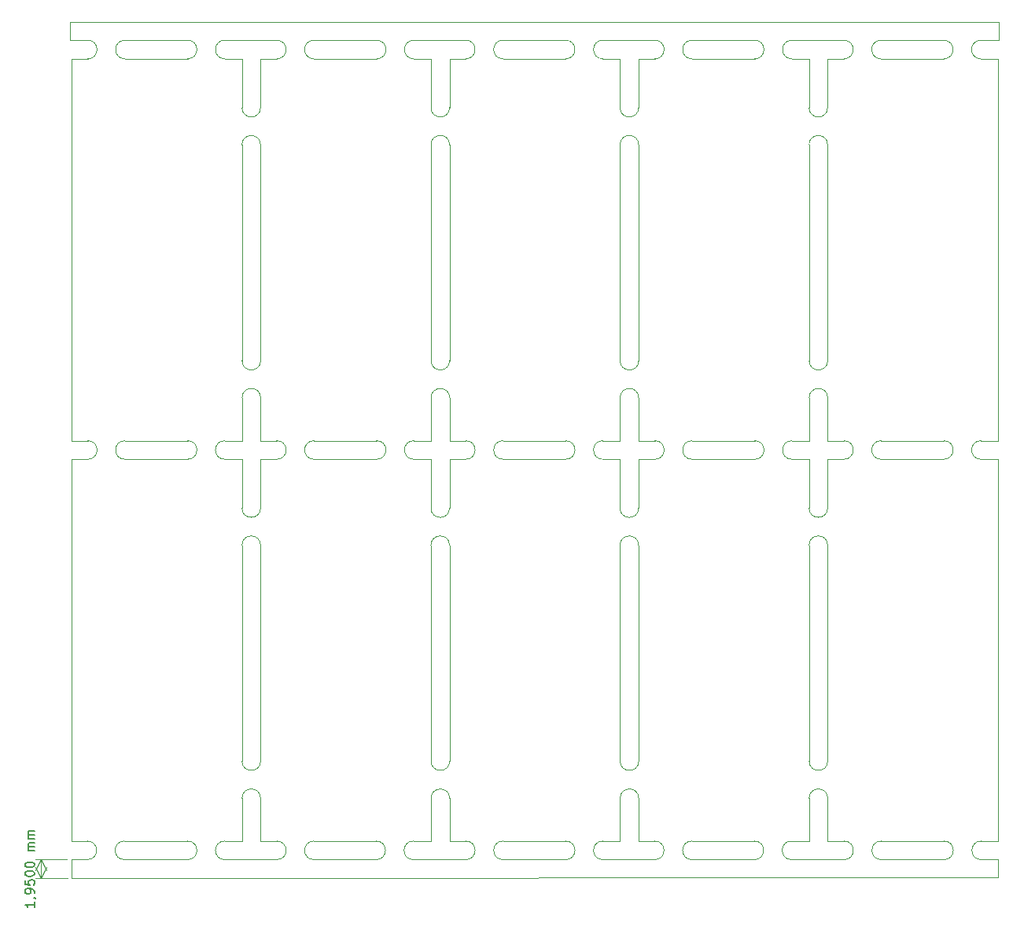
<source format=gm1>
G04 #@! TF.GenerationSoftware,KiCad,Pcbnew,7.0.6*
G04 #@! TF.CreationDate,2023-08-06T12:05:35+07:00*
G04 #@! TF.ProjectId,RP2040-Test-MassProduction,52503230-3430-42d5-9465-73742d4d6173,rev?*
G04 #@! TF.SameCoordinates,Original*
G04 #@! TF.FileFunction,Profile,NP*
%FSLAX46Y46*%
G04 Gerber Fmt 4.6, Leading zero omitted, Abs format (unit mm)*
G04 Created by KiCad (PCBNEW 7.0.6) date 2023-08-06 12:05:35*
%MOMM*%
%LPD*%
G01*
G04 APERTURE LIST*
G04 #@! TA.AperFunction,Profile*
%ADD10C,0.100000*%
G04 #@! TD*
%ADD11C,0.150000*%
G04 #@! TA.AperFunction,Profile*
%ADD12C,0.050000*%
G04 #@! TD*
G04 APERTURE END LIST*
D10*
X174330000Y-146700000D02*
X167570000Y-146700000D01*
X163570000Y-146700000D02*
X157910000Y-146700000D01*
X153910000Y-146700000D02*
X147190000Y-146700000D01*
X137600000Y-146700000D02*
X143190000Y-146700000D01*
X133600000Y-146700000D02*
X126850000Y-146700000D01*
X122850000Y-146700000D02*
X117200000Y-146700000D01*
X113200000Y-146700000D02*
X106500000Y-146700000D01*
X96900000Y-146700000D02*
X102500000Y-146700000D01*
X92900000Y-146700000D02*
X86100000Y-146700000D01*
X180150000Y-146700000D02*
X180150000Y-148600000D01*
X80450000Y-148650000D02*
X180150000Y-148600000D01*
X178330000Y-146700000D02*
X180150000Y-146700000D01*
X80400000Y-146700000D02*
X80400000Y-148650000D01*
D11*
X76404819Y-151246428D02*
X76404819Y-151817856D01*
X76404819Y-151532142D02*
X75404819Y-151532142D01*
X75404819Y-151532142D02*
X75547676Y-151627380D01*
X75547676Y-151627380D02*
X75642914Y-151722618D01*
X75642914Y-151722618D02*
X75690533Y-151817856D01*
X76357200Y-150770237D02*
X76404819Y-150770237D01*
X76404819Y-150770237D02*
X76500057Y-150817856D01*
X76500057Y-150817856D02*
X76547676Y-150865475D01*
X76404819Y-150294047D02*
X76404819Y-150103571D01*
X76404819Y-150103571D02*
X76357200Y-150008333D01*
X76357200Y-150008333D02*
X76309580Y-149960714D01*
X76309580Y-149960714D02*
X76166723Y-149865476D01*
X76166723Y-149865476D02*
X75976247Y-149817857D01*
X75976247Y-149817857D02*
X75595295Y-149817857D01*
X75595295Y-149817857D02*
X75500057Y-149865476D01*
X75500057Y-149865476D02*
X75452438Y-149913095D01*
X75452438Y-149913095D02*
X75404819Y-150008333D01*
X75404819Y-150008333D02*
X75404819Y-150198809D01*
X75404819Y-150198809D02*
X75452438Y-150294047D01*
X75452438Y-150294047D02*
X75500057Y-150341666D01*
X75500057Y-150341666D02*
X75595295Y-150389285D01*
X75595295Y-150389285D02*
X75833390Y-150389285D01*
X75833390Y-150389285D02*
X75928628Y-150341666D01*
X75928628Y-150341666D02*
X75976247Y-150294047D01*
X75976247Y-150294047D02*
X76023866Y-150198809D01*
X76023866Y-150198809D02*
X76023866Y-150008333D01*
X76023866Y-150008333D02*
X75976247Y-149913095D01*
X75976247Y-149913095D02*
X75928628Y-149865476D01*
X75928628Y-149865476D02*
X75833390Y-149817857D01*
X75404819Y-148913095D02*
X75404819Y-149389285D01*
X75404819Y-149389285D02*
X75881009Y-149436904D01*
X75881009Y-149436904D02*
X75833390Y-149389285D01*
X75833390Y-149389285D02*
X75785771Y-149294047D01*
X75785771Y-149294047D02*
X75785771Y-149055952D01*
X75785771Y-149055952D02*
X75833390Y-148960714D01*
X75833390Y-148960714D02*
X75881009Y-148913095D01*
X75881009Y-148913095D02*
X75976247Y-148865476D01*
X75976247Y-148865476D02*
X76214342Y-148865476D01*
X76214342Y-148865476D02*
X76309580Y-148913095D01*
X76309580Y-148913095D02*
X76357200Y-148960714D01*
X76357200Y-148960714D02*
X76404819Y-149055952D01*
X76404819Y-149055952D02*
X76404819Y-149294047D01*
X76404819Y-149294047D02*
X76357200Y-149389285D01*
X76357200Y-149389285D02*
X76309580Y-149436904D01*
X75404819Y-148246428D02*
X75404819Y-148151190D01*
X75404819Y-148151190D02*
X75452438Y-148055952D01*
X75452438Y-148055952D02*
X75500057Y-148008333D01*
X75500057Y-148008333D02*
X75595295Y-147960714D01*
X75595295Y-147960714D02*
X75785771Y-147913095D01*
X75785771Y-147913095D02*
X76023866Y-147913095D01*
X76023866Y-147913095D02*
X76214342Y-147960714D01*
X76214342Y-147960714D02*
X76309580Y-148008333D01*
X76309580Y-148008333D02*
X76357200Y-148055952D01*
X76357200Y-148055952D02*
X76404819Y-148151190D01*
X76404819Y-148151190D02*
X76404819Y-148246428D01*
X76404819Y-148246428D02*
X76357200Y-148341666D01*
X76357200Y-148341666D02*
X76309580Y-148389285D01*
X76309580Y-148389285D02*
X76214342Y-148436904D01*
X76214342Y-148436904D02*
X76023866Y-148484523D01*
X76023866Y-148484523D02*
X75785771Y-148484523D01*
X75785771Y-148484523D02*
X75595295Y-148436904D01*
X75595295Y-148436904D02*
X75500057Y-148389285D01*
X75500057Y-148389285D02*
X75452438Y-148341666D01*
X75452438Y-148341666D02*
X75404819Y-148246428D01*
X75404819Y-147294047D02*
X75404819Y-147198809D01*
X75404819Y-147198809D02*
X75452438Y-147103571D01*
X75452438Y-147103571D02*
X75500057Y-147055952D01*
X75500057Y-147055952D02*
X75595295Y-147008333D01*
X75595295Y-147008333D02*
X75785771Y-146960714D01*
X75785771Y-146960714D02*
X76023866Y-146960714D01*
X76023866Y-146960714D02*
X76214342Y-147008333D01*
X76214342Y-147008333D02*
X76309580Y-147055952D01*
X76309580Y-147055952D02*
X76357200Y-147103571D01*
X76357200Y-147103571D02*
X76404819Y-147198809D01*
X76404819Y-147198809D02*
X76404819Y-147294047D01*
X76404819Y-147294047D02*
X76357200Y-147389285D01*
X76357200Y-147389285D02*
X76309580Y-147436904D01*
X76309580Y-147436904D02*
X76214342Y-147484523D01*
X76214342Y-147484523D02*
X76023866Y-147532142D01*
X76023866Y-147532142D02*
X75785771Y-147532142D01*
X75785771Y-147532142D02*
X75595295Y-147484523D01*
X75595295Y-147484523D02*
X75500057Y-147436904D01*
X75500057Y-147436904D02*
X75452438Y-147389285D01*
X75452438Y-147389285D02*
X75404819Y-147294047D01*
X76404819Y-145770237D02*
X75738152Y-145770237D01*
X75833390Y-145770237D02*
X75785771Y-145722618D01*
X75785771Y-145722618D02*
X75738152Y-145627380D01*
X75738152Y-145627380D02*
X75738152Y-145484523D01*
X75738152Y-145484523D02*
X75785771Y-145389285D01*
X75785771Y-145389285D02*
X75881009Y-145341666D01*
X75881009Y-145341666D02*
X76404819Y-145341666D01*
X75881009Y-145341666D02*
X75785771Y-145294047D01*
X75785771Y-145294047D02*
X75738152Y-145198809D01*
X75738152Y-145198809D02*
X75738152Y-145055952D01*
X75738152Y-145055952D02*
X75785771Y-144960713D01*
X75785771Y-144960713D02*
X75881009Y-144913094D01*
X75881009Y-144913094D02*
X76404819Y-144913094D01*
X76404819Y-144436904D02*
X75738152Y-144436904D01*
X75833390Y-144436904D02*
X75785771Y-144389285D01*
X75785771Y-144389285D02*
X75738152Y-144294047D01*
X75738152Y-144294047D02*
X75738152Y-144151190D01*
X75738152Y-144151190D02*
X75785771Y-144055952D01*
X75785771Y-144055952D02*
X75881009Y-144008333D01*
X75881009Y-144008333D02*
X76404819Y-144008333D01*
X75881009Y-144008333D02*
X75785771Y-143960714D01*
X75785771Y-143960714D02*
X75738152Y-143865476D01*
X75738152Y-143865476D02*
X75738152Y-143722619D01*
X75738152Y-143722619D02*
X75785771Y-143627380D01*
X75785771Y-143627380D02*
X75881009Y-143579761D01*
X75881009Y-143579761D02*
X76404819Y-143579761D01*
D12*
X79900000Y-146700000D02*
X76513580Y-146700000D01*
X76513580Y-148650000D02*
X79950000Y-148650000D01*
X77100000Y-146700000D02*
X77100000Y-148650000D01*
X77100000Y-146700000D02*
X77100000Y-148650000D01*
X77100000Y-146700000D02*
X77686421Y-147826504D01*
X77100000Y-146700000D02*
X76513579Y-147826504D01*
X77100000Y-148650000D02*
X76513579Y-147523496D01*
X77100000Y-148650000D02*
X77686421Y-147523496D01*
D10*
X82100000Y-146700000D02*
X80400000Y-146700000D01*
X98740488Y-144706279D02*
X98740488Y-140090000D01*
X159805000Y-92940000D02*
X159795000Y-69710000D01*
X119105000Y-136070000D02*
X119095000Y-112840000D01*
X180155000Y-136070000D02*
X180155000Y-140090000D01*
X180155000Y-92940000D02*
X180145000Y-69710000D01*
X121110000Y-144700000D02*
X121110000Y-140090000D01*
X102500000Y-101576279D02*
X100760000Y-101576279D01*
X180165488Y-103581279D02*
X178300000Y-103580000D01*
X139450000Y-60450000D02*
X139450000Y-65710000D01*
X113250000Y-58450000D02*
X106500000Y-58450000D01*
X92900000Y-103580000D02*
X86150000Y-103580000D01*
X80250000Y-58450000D02*
X80250000Y-56500000D01*
X119100000Y-103580000D02*
X119100000Y-108840000D01*
X98750000Y-60450000D02*
X98750000Y-65710000D01*
X141460000Y-136070000D02*
X141450000Y-112840000D01*
X161800000Y-60450000D02*
X161800000Y-65710000D01*
X174300000Y-144700000D02*
X167540000Y-144700000D01*
X139450000Y-103580000D02*
X139450000Y-108840000D01*
X141450000Y-103580000D02*
X141450000Y-108840000D01*
X143200000Y-60450000D02*
X141450000Y-60450000D01*
X139440488Y-144700000D02*
X139440488Y-140090000D01*
X113250000Y-103580000D02*
X106500000Y-103580000D01*
X139450000Y-60450000D02*
X137600000Y-60450000D01*
X122850000Y-103580000D02*
X121100000Y-103580000D01*
X102500000Y-60450000D02*
X100750000Y-60450000D01*
X180250000Y-58450000D02*
X178300000Y-58450000D01*
X139450000Y-103580000D02*
X137600000Y-103580000D01*
X159805000Y-136070000D02*
X159795000Y-112840000D01*
X133600000Y-101580000D02*
X126850000Y-101580000D01*
X141460000Y-92940000D02*
X141450000Y-69710000D01*
X180140488Y-101576279D02*
X178300000Y-101575000D01*
X92900000Y-60450000D02*
X86150000Y-60450000D01*
X98740488Y-144706279D02*
X96900000Y-144705000D01*
X98750000Y-103580000D02*
X98750000Y-108840000D01*
X113250000Y-60450000D02*
X106500000Y-60450000D01*
X159790488Y-144700000D02*
X159790488Y-140090000D01*
X82150000Y-58450000D02*
X80250000Y-58450000D01*
X139440488Y-144700000D02*
X137600000Y-144700000D01*
X98740488Y-101576279D02*
X98740488Y-96960000D01*
X121110000Y-101576279D02*
X121110000Y-96960000D01*
X153950000Y-101580000D02*
X147200000Y-101580000D01*
X139440488Y-101576279D02*
X139440488Y-96960000D01*
X159800000Y-103580000D02*
X159800000Y-108840000D01*
X113240000Y-144700000D02*
X106500000Y-144700000D01*
X180150000Y-60450000D02*
X178300000Y-60450000D01*
X143200000Y-58450000D02*
X137600000Y-58450000D01*
X119090488Y-101576279D02*
X119090488Y-96960000D01*
X159800000Y-103580000D02*
X157950000Y-103580000D01*
X100750000Y-103580000D02*
X100750000Y-108840000D01*
X163550000Y-58450000D02*
X157950000Y-58450000D01*
X122850000Y-144700000D02*
X121110000Y-144700000D01*
X98755000Y-136070000D02*
X98745000Y-112840000D01*
X174300000Y-101580000D02*
X167550000Y-101580000D01*
X161810000Y-92940000D02*
X161800000Y-69710000D01*
X143200000Y-103580000D02*
X141450000Y-103580000D01*
X153950000Y-103580000D02*
X147200000Y-103580000D01*
X133600000Y-103580000D02*
X126850000Y-103580000D01*
X80400000Y-108790000D02*
X80400000Y-112810000D01*
X133600000Y-144700000D02*
X126850000Y-144700000D01*
X159800000Y-60451279D02*
X159800000Y-65710000D01*
X159790488Y-144700000D02*
X157910000Y-144700000D01*
X119100000Y-103580000D02*
X117250000Y-103580000D01*
X163550000Y-103580000D02*
X161800000Y-103580000D01*
X180140488Y-144700000D02*
X178290000Y-144700000D01*
X133600000Y-60450000D02*
X126850000Y-60450000D01*
X161810000Y-136070000D02*
X161800000Y-112840000D01*
X98750000Y-60450000D02*
X96900000Y-60450000D01*
X180165488Y-108840000D02*
X180145000Y-112840000D01*
X98740488Y-101576279D02*
X96900000Y-101575000D01*
X119100000Y-60451279D02*
X119100000Y-65710000D01*
X98755000Y-92940000D02*
X98745000Y-69710000D01*
X153950000Y-58450000D02*
X147200000Y-58450000D01*
X92900000Y-58450000D02*
X86150000Y-58450000D01*
X100750000Y-60450000D02*
X100750000Y-65710000D01*
X113250000Y-101580000D02*
X106500000Y-101580000D01*
X139455000Y-92940000D02*
X139445000Y-69710000D01*
X139440488Y-101576279D02*
X137600000Y-101575000D01*
X143210000Y-144700000D02*
X141460000Y-144700000D01*
X119100000Y-60451279D02*
X117250000Y-60450000D01*
X119090000Y-144700000D02*
X119090488Y-140090000D01*
X80400000Y-65710000D02*
X80400000Y-69730000D01*
X82100000Y-144700000D02*
X80410000Y-144700000D01*
X141460000Y-144700000D02*
X141460000Y-140090000D01*
X100760000Y-144700000D02*
X100760000Y-140090000D01*
X153950000Y-144700000D02*
X147190000Y-144700000D01*
X80410000Y-92940000D02*
X80400000Y-69710000D01*
X180155000Y-136070000D02*
X180145000Y-112840000D01*
X180250000Y-56500000D02*
X180250000Y-58450000D01*
X174300000Y-58450000D02*
X167550000Y-58450000D01*
X121100000Y-60450000D02*
X121100000Y-65710000D01*
X82150000Y-60450000D02*
X80400000Y-60450000D01*
X180165488Y-103580000D02*
X180165488Y-108840000D01*
X102500000Y-144700000D02*
X100760000Y-144700000D01*
X143200000Y-101576279D02*
X141460000Y-101576279D01*
X80410000Y-144700000D02*
X80410000Y-140090000D01*
X119090488Y-101576279D02*
X117250000Y-101575000D01*
X180140488Y-144700000D02*
X180140488Y-140090000D01*
X100760000Y-101576279D02*
X100760000Y-96960000D01*
X92900000Y-101580000D02*
X86150000Y-101580000D01*
X80410000Y-136070000D02*
X80410000Y-140090000D01*
X121110000Y-136070000D02*
X121100000Y-112840000D01*
X141460000Y-101576279D02*
X141460000Y-96960000D01*
X80250000Y-56500000D02*
X180250000Y-56500000D01*
X80410000Y-136070000D02*
X80400000Y-112840000D01*
X80410000Y-101576279D02*
X80410000Y-96960000D01*
X80400000Y-60450000D02*
X80400000Y-65710000D01*
X159790488Y-101576279D02*
X159790488Y-96960000D01*
X121100000Y-103580000D02*
X121100000Y-108840000D01*
X80410000Y-92940000D02*
X80410000Y-96960000D01*
X180165488Y-60450000D02*
X180165488Y-65710000D01*
X133600000Y-58450000D02*
X126850000Y-58450000D01*
X174300000Y-103580000D02*
X167550000Y-103580000D01*
X122850000Y-58450000D02*
X117250000Y-58450000D01*
X159800000Y-60451279D02*
X157950000Y-60450000D01*
X122850000Y-60450000D02*
X121100000Y-60450000D01*
X119090000Y-144700000D02*
X117200000Y-144700000D01*
X141450000Y-60450000D02*
X141450000Y-65710000D01*
X100760000Y-136070000D02*
X100750000Y-112840000D01*
X174300000Y-60450000D02*
X167550000Y-60450000D01*
X161810000Y-144700000D02*
X161810000Y-140090000D01*
X139455000Y-136070000D02*
X139445000Y-112840000D01*
X98750000Y-103580000D02*
X96900000Y-103580000D01*
X161810000Y-101576279D02*
X161810000Y-96960000D01*
X119105000Y-92940000D02*
X119095000Y-69710000D01*
X180155000Y-92940000D02*
X180140488Y-96960000D01*
X102500000Y-103580000D02*
X100750000Y-103580000D01*
X163550000Y-101576279D02*
X161810000Y-101576279D01*
X180140488Y-101576279D02*
X180140488Y-96960000D01*
X80400000Y-103580000D02*
X80400000Y-108840000D01*
X122850000Y-101576279D02*
X121110000Y-101576279D01*
X161800000Y-103580000D02*
X161800000Y-108840000D01*
X153950000Y-60450000D02*
X147200000Y-60450000D01*
X100760000Y-92940000D02*
X100750000Y-69710000D01*
X163550000Y-60450000D02*
X161800000Y-60450000D01*
X82150000Y-103580000D02*
X80400000Y-103580000D01*
X159790488Y-101576279D02*
X157950000Y-101575000D01*
X121110000Y-92940000D02*
X121100000Y-69710000D01*
X102500000Y-58450000D02*
X96900000Y-58450000D01*
X163550000Y-144700000D02*
X161810000Y-144700000D01*
X92900000Y-144700000D02*
X86100000Y-144700000D01*
X82150000Y-101576279D02*
X80410000Y-101576279D01*
X180165488Y-65710000D02*
X180145000Y-69710000D01*
G04 #@! TO.C,mouse-bite-2mm-slot*
X174330000Y-146700000D02*
G75*
G03*
X174330000Y-144700000I0J1000000D01*
G01*
X178330000Y-144700000D02*
G75*
G03*
X178330000Y-146700000I0J-1000000D01*
G01*
X163570000Y-146700000D02*
G75*
G03*
X163570000Y-144700000I0J1000000D01*
G01*
X167570000Y-144700000D02*
G75*
G03*
X167570000Y-146700000I0J-1000000D01*
G01*
X153910000Y-146700000D02*
G75*
G03*
X153910000Y-144700000I0J1000000D01*
G01*
X157910000Y-144700000D02*
G75*
G03*
X157910000Y-146700000I0J-1000000D01*
G01*
X143190000Y-146700000D02*
G75*
G03*
X143190000Y-144700000I0J1000000D01*
G01*
X147190000Y-144700000D02*
G75*
G03*
X147190000Y-146700000I0J-1000000D01*
G01*
X133600000Y-146700000D02*
G75*
G03*
X133600000Y-144700000I0J1000000D01*
G01*
X137600000Y-144700000D02*
G75*
G03*
X137600000Y-146700000I0J-1000000D01*
G01*
X122850000Y-146700000D02*
G75*
G03*
X122850000Y-144700000I0J1000000D01*
G01*
X126850000Y-144700000D02*
G75*
G03*
X126850000Y-146700000I0J-1000000D01*
G01*
X113200000Y-146700000D02*
G75*
G03*
X113200000Y-144700000I0J1000000D01*
G01*
X117200000Y-144700000D02*
G75*
G03*
X117200000Y-146700000I0J-1000000D01*
G01*
X102500000Y-146700000D02*
G75*
G03*
X102500000Y-144700000I0J1000000D01*
G01*
X106500000Y-144700000D02*
G75*
G03*
X106500000Y-146700000I0J-1000000D01*
G01*
X92900000Y-146700000D02*
G75*
G03*
X92900000Y-144700000I0J1000000D01*
G01*
X96900000Y-144700000D02*
G75*
G03*
X96900000Y-146700000I0J-1000000D01*
G01*
X82100000Y-146700000D02*
G75*
G03*
X82100000Y-144700000I0J1000000D01*
G01*
X86100000Y-144700000D02*
G75*
G03*
X86100000Y-146700000I0J-1000000D01*
G01*
G04 #@! TO.C,mouse-bite-2mm-slot20*
X92900000Y-103580000D02*
G75*
G03*
X92900000Y-101580000I0J1000000D01*
G01*
X96900000Y-101580000D02*
G75*
G03*
X96900000Y-103580000I0J-1000000D01*
G01*
G04 #@! TO.C,mouse-bite-2mm-slot4*
X113250000Y-60450000D02*
G75*
G03*
X113250000Y-58450000I0J1000000D01*
G01*
X117250000Y-58450000D02*
G75*
G03*
X117250000Y-60450000I0J-1000000D01*
G01*
G04 #@! TO.C,mouse-bite-2mm-slot3*
X102500000Y-60450000D02*
G75*
G03*
X102500000Y-58450000I0J1000000D01*
G01*
X106500000Y-58450000D02*
G75*
G03*
X106500000Y-60450000I0J-1000000D01*
G01*
G04 #@! TO.C,mouse-bite-2mm-slot6*
X121100000Y-69710000D02*
G75*
G03*
X119100000Y-69710000I-1000000J0D01*
G01*
X119100000Y-65710000D02*
G75*
G03*
X121100000Y-65710000I1000000J0D01*
G01*
G04 #@! TO.C,mouse-bite-2mm-slot23*
X102500000Y-103580000D02*
G75*
G03*
X102500000Y-101580000I0J1000000D01*
G01*
X106500000Y-101580000D02*
G75*
G03*
X106500000Y-103580000I0J-1000000D01*
G01*
G04 #@! TO.C,mouse-bite-2mm-slot2*
X100750000Y-69710000D02*
G75*
G03*
X98750000Y-69710000I-1000000J0D01*
G01*
X98750000Y-65710000D02*
G75*
G03*
X100750000Y-65710000I1000000J0D01*
G01*
G04 #@! TO.C,mouse-bite-2mm-slot24*
X113250000Y-103580000D02*
G75*
G03*
X113250000Y-101580000I0J1000000D01*
G01*
X117250000Y-101580000D02*
G75*
G03*
X117250000Y-103580000I0J-1000000D01*
G01*
G04 #@! TO.C,mouse-bite-2mm-slot35*
X163550000Y-103580000D02*
G75*
G03*
X163550000Y-101580000I0J1000000D01*
G01*
X167550000Y-101580000D02*
G75*
G03*
X167550000Y-103580000I0J-1000000D01*
G01*
G04 #@! TO.C,mouse-bite-2mm-slot36*
X174300000Y-103580000D02*
G75*
G03*
X174300000Y-101580000I0J1000000D01*
G01*
X178300000Y-101580000D02*
G75*
G03*
X178300000Y-103580000I0J-1000000D01*
G01*
G04 #@! TO.C,mouse-bite-2mm-slot15*
X163550000Y-60450000D02*
G75*
G03*
X163550000Y-58450000I0J1000000D01*
G01*
X167550000Y-58450000D02*
G75*
G03*
X167550000Y-60450000I0J-1000000D01*
G01*
G04 #@! TO.C,mouse-bite-2mm-slot13*
X161810000Y-96960000D02*
G75*
G03*
X159810000Y-96960000I-1000000J0D01*
G01*
X159810000Y-92960000D02*
G75*
G03*
X161810000Y-92960000I1000000J0D01*
G01*
G04 #@! TO.C,mouse-bite-2mm-slot1*
X100760000Y-96960000D02*
G75*
G03*
X98760000Y-96960000I-1000000J0D01*
G01*
X98760000Y-92960000D02*
G75*
G03*
X100760000Y-92960000I1000000J0D01*
G01*
G04 #@! TO.C,mouse-bite-2mm-slot30*
X141450000Y-112840000D02*
G75*
G03*
X139450000Y-112840000I-1000000J0D01*
G01*
X139450000Y-108840000D02*
G75*
G03*
X141450000Y-108840000I1000000J0D01*
G01*
G04 #@! TO.C,mouse-bite-2mm-slot7*
X122850000Y-60450000D02*
G75*
G03*
X122850000Y-58450000I0J1000000D01*
G01*
X126850000Y-58450000D02*
G75*
G03*
X126850000Y-60450000I0J-1000000D01*
G01*
G04 #@! TO.C,mouse-bite-2mm-slot14*
X161800000Y-69710000D02*
G75*
G03*
X159800000Y-69710000I-1000000J0D01*
G01*
X159800000Y-65710000D02*
G75*
G03*
X161800000Y-65710000I1000000J0D01*
G01*
G04 #@! TO.C,mouse-bite-2mm-slot*
X82150000Y-60450000D02*
G75*
G03*
X82150000Y-58450000I0J1000000D01*
G01*
X86150000Y-58450000D02*
G75*
G03*
X86150000Y-60450000I0J-1000000D01*
G01*
G04 #@! TO.C,mouse-bite-2mm-slot16*
X174300000Y-60450000D02*
G75*
G03*
X174300000Y-58450000I0J1000000D01*
G01*
X178300000Y-58450000D02*
G75*
G03*
X178300000Y-60450000I0J-1000000D01*
G01*
G04 #@! TO.C,mouse-bite-2mm-slot9*
X141460000Y-96960000D02*
G75*
G03*
X139460000Y-96960000I-1000000J0D01*
G01*
X139460000Y-92960000D02*
G75*
G03*
X141460000Y-92960000I1000000J0D01*
G01*
G04 #@! TO.C,mouse-bite-2mm-slot12*
X153950000Y-60450000D02*
G75*
G03*
X153950000Y-58450000I0J1000000D01*
G01*
X157950000Y-58450000D02*
G75*
G03*
X157950000Y-60450000I0J-1000000D01*
G01*
G04 #@! TO.C,mouse-bite-2mm-slot5*
X121110000Y-96960000D02*
G75*
G03*
X119110000Y-96960000I-1000000J0D01*
G01*
X119110000Y-92960000D02*
G75*
G03*
X121110000Y-92960000I1000000J0D01*
G01*
G04 #@! TO.C,mouse-bite-2mm-slot28*
X133600000Y-103580000D02*
G75*
G03*
X133600000Y-101580000I0J1000000D01*
G01*
X137600000Y-101580000D02*
G75*
G03*
X137600000Y-103580000I0J-1000000D01*
G01*
G04 #@! TO.C,mouse-bite-2mm-slot8*
X133600000Y-60450000D02*
G75*
G03*
X133600000Y-58450000I0J1000000D01*
G01*
X137600000Y-58450000D02*
G75*
G03*
X137600000Y-60450000I0J-1000000D01*
G01*
G04 #@! TO.C,mouse-bite-2mm-slot26*
X121100000Y-112840000D02*
G75*
G03*
X119100000Y-112840000I-1000000J0D01*
G01*
X119100000Y-108840000D02*
G75*
G03*
X121100000Y-108840000I1000000J0D01*
G01*
G04 #@! TO.C,mouse-bite-2mm-slot*
X92900000Y-60450000D02*
G75*
G03*
X92900000Y-58450000I0J1000000D01*
G01*
X96900000Y-58450000D02*
G75*
G03*
X96900000Y-60450000I0J-1000000D01*
G01*
G04 #@! TO.C,mouse-bite-2mm-slot19*
X82150000Y-103580000D02*
G75*
G03*
X82150000Y-101580000I0J1000000D01*
G01*
X86150000Y-101580000D02*
G75*
G03*
X86150000Y-103580000I0J-1000000D01*
G01*
G04 #@! TO.C,mouse-bite-2mm-slot32*
X153950000Y-103580000D02*
G75*
G03*
X153950000Y-101580000I0J1000000D01*
G01*
X157950000Y-101580000D02*
G75*
G03*
X157950000Y-103580000I0J-1000000D01*
G01*
G04 #@! TO.C,mouse-bite-2mm-slot34*
X161800000Y-112840000D02*
G75*
G03*
X159800000Y-112840000I-1000000J0D01*
G01*
X159800000Y-108840000D02*
G75*
G03*
X161800000Y-108840000I1000000J0D01*
G01*
G04 #@! TO.C,mouse-bite-2mm-slot25*
X121110000Y-140090000D02*
G75*
G03*
X119110000Y-140090000I-1000000J0D01*
G01*
X119110000Y-136090000D02*
G75*
G03*
X121110000Y-136090000I1000000J0D01*
G01*
G04 #@! TO.C,mouse-bite-2mm-slot10*
X141450000Y-69710000D02*
G75*
G03*
X139450000Y-69710000I-1000000J0D01*
G01*
X139450000Y-65710000D02*
G75*
G03*
X141450000Y-65710000I1000000J0D01*
G01*
G04 #@! TO.C,mouse-bite-2mm-slot21*
X100760000Y-140090000D02*
G75*
G03*
X98760000Y-140090000I-1000000J0D01*
G01*
X98760000Y-136090000D02*
G75*
G03*
X100760000Y-136090000I1000000J0D01*
G01*
G04 #@! TO.C,mouse-bite-2mm-slot27*
X122850000Y-103580000D02*
G75*
G03*
X122850000Y-101580000I0J1000000D01*
G01*
X126850000Y-101580000D02*
G75*
G03*
X126850000Y-103580000I0J-1000000D01*
G01*
G04 #@! TO.C,mouse-bite-2mm-slot11*
X143200000Y-60450000D02*
G75*
G03*
X143200000Y-58450000I0J1000000D01*
G01*
X147200000Y-58450000D02*
G75*
G03*
X147200000Y-60450000I0J-1000000D01*
G01*
G04 #@! TO.C,mouse-bite-2mm-slot31*
X143200000Y-103580000D02*
G75*
G03*
X143200000Y-101580000I0J1000000D01*
G01*
X147200000Y-101580000D02*
G75*
G03*
X147200000Y-103580000I0J-1000000D01*
G01*
G04 #@! TO.C,mouse-bite-2mm-slot22*
X100750000Y-112840000D02*
G75*
G03*
X98750000Y-112840000I-1000000J0D01*
G01*
X98750000Y-108840000D02*
G75*
G03*
X100750000Y-108840000I1000000J0D01*
G01*
G04 #@! TO.C,mouse-bite-2mm-slot33*
X161810000Y-140090000D02*
G75*
G03*
X159810000Y-140090000I-1000000J0D01*
G01*
X159810000Y-136090000D02*
G75*
G03*
X161810000Y-136090000I1000000J0D01*
G01*
G04 #@! TO.C,mouse-bite-2mm-slot29*
X141460000Y-140090000D02*
G75*
G03*
X139460000Y-140090000I-1000000J0D01*
G01*
X139460000Y-136090000D02*
G75*
G03*
X141460000Y-136090000I1000000J0D01*
G01*
G04 #@! TD*
M02*

</source>
